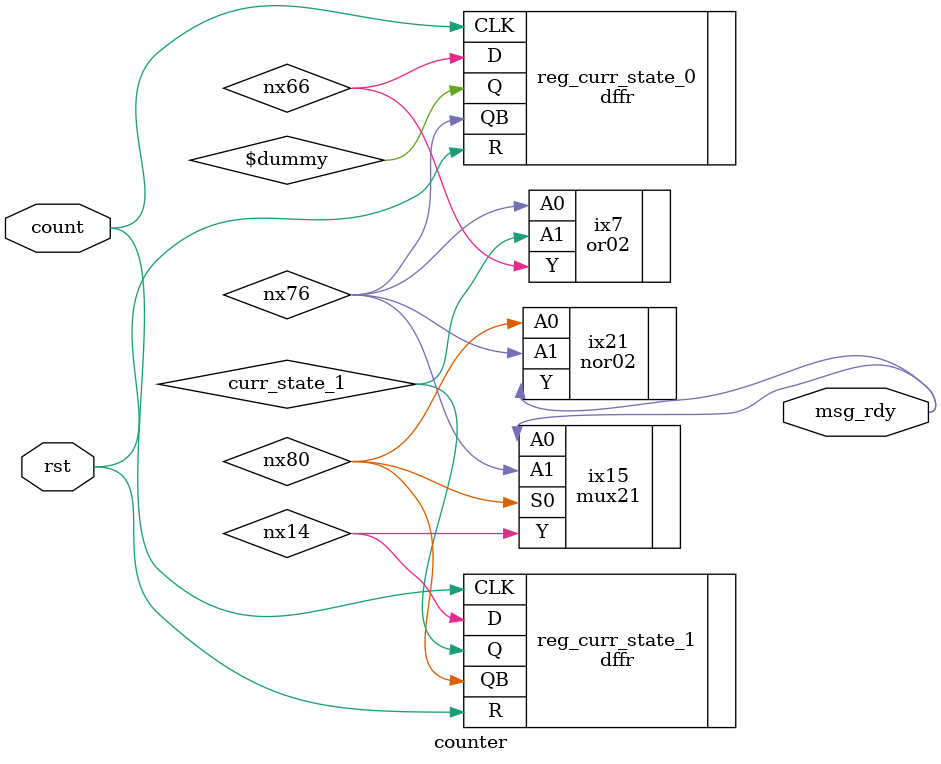
<source format=v>


module counter ( count, rst, msg_rdy ) ;

    input count ;
    input rst ;
    output msg_rdy ;

    wire curr_state_1, nx66, nx14, nx76, nx80;
    wire [0:0] \$dummy ;




    dffr reg_curr_state_0 (.Q (\$dummy [0]), .QB (nx76), .D (nx66), .CLK (count)
         , .R (rst)) ;
    dffr reg_curr_state_1 (.Q (curr_state_1), .QB (nx80), .D (nx14), .CLK (count
         ), .R (rst)) ;
    nor02 ix21 (.Y (msg_rdy), .A0 (nx80), .A1 (nx76)) ;
    mux21 ix15 (.Y (nx14), .A0 (msg_rdy), .A1 (nx76), .S0 (nx80)) ;
    or02 ix7 (.Y (nx66), .A0 (nx76), .A1 (curr_state_1)) ;
endmodule


</source>
